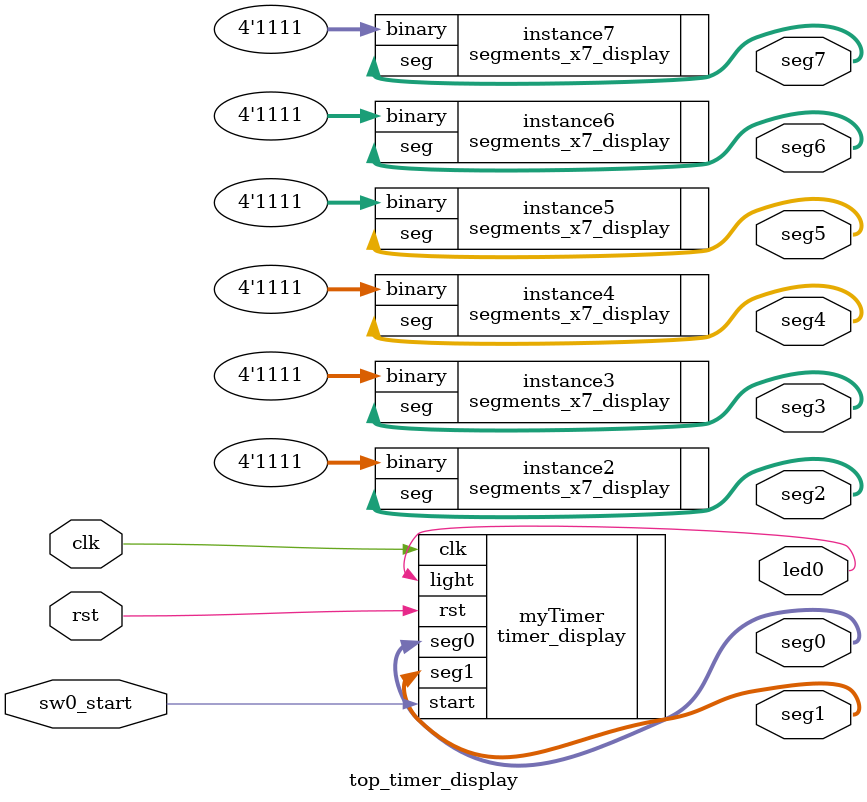
<source format=v>
module top_timer_display(
	input clk,
	input sw0_start,//sw0
	input rst,//sw1
	output [7:0] seg0, //Display 0
        output [7:0] seg1, //Display 1
        output [7:0] seg2, //Display 2
        output [7:0] seg3, //Display 3
        output [7:0] seg4, //Display 4
        output [7:0] seg5, //Display 5
        output [7:0] seg6, //Display 6
        output [7:0] seg7, //Display 7
	output led0
);
	//Enable timer on display0 and display1
	timer_display myTimer(
		.clk(clk),
		.start(sw0_start),
		.rst(rst),
		.seg0(seg0),
		.seg1(seg1),
		.light(led0)
	);

	//Display2
	segments_x7_display instance2(
		.binary(4'b1111),
		.seg(seg2)
	);

	//Display 3
	segments_x7_display instance3(
		.binary(4'b1111),
		.seg(seg3)
	);

	//Display 4
	segments_x7_display instance4(
		.binary(4'b1111),
		.seg(seg4)
	);

	//Display 5
	segments_x7_display instance5(
		.binary(4'b1111),
		.seg(seg5)
	);

	//Display 6
	segments_x7_display instance6(
		.binary(4'b1111),
		.seg(seg6)
	);

	//Display 7
	segments_x7_display instance7(
		.binary(4'b1111),
		.seg(seg7)
	);


endmodule

</source>
